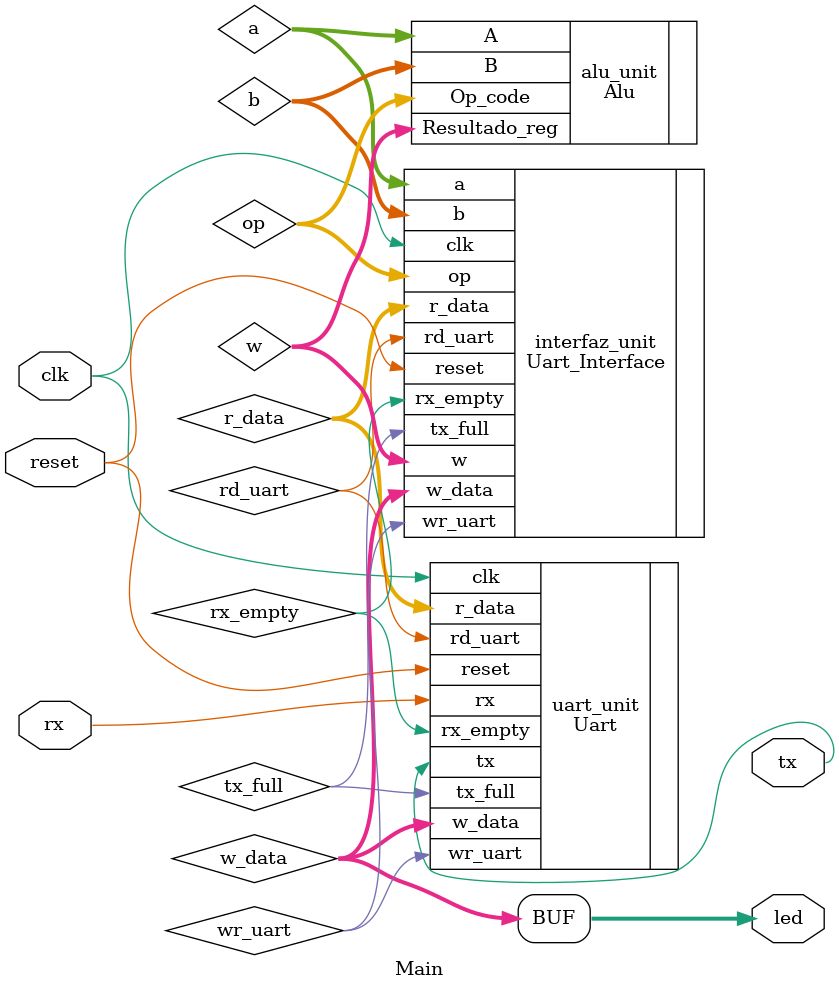
<source format=v>
`timescale 1us / 1ns
module Main  #( 								// Default setting: 
															// 19,200 baud , 8 data bits , 1 stop bit  
							parameter DBIT = 8, 		// # data bits 
										 SB_TICK = 16, // # ticks for stop bits , 
															// 16/24/32 for 1/1. 5/2 bits 
										 DVSR = 163,   // baud rate divisor 
															// DVSR = 50M/( 16* baud rate) 
										 DVSR_BIT = 8 // # bits of DVSR 
						 ) 
						 ( input wire clk, reset, rx,
						   output wire tx,
							output [DBIT-1:0]led
					    );

wire rd_uart, wr_uart, tx_full, rx_empty;
wire [DBIT-1:0] w_data, r_data, a, b, op, w;

assign led = w_data;
 
Alu #(.DATA_LENGTH(DBIT)) alu_unit 
	(.A(a), .B(b), .Op_code(op), .Resultado_reg(w)); 

Uart_Interface #(.REG_SIZE(DBIT)) interfaz_unit 
	(.clk(clk), .reset(reset), .rd_uart(rd_uart), .wr_uart(wr_uart), 
	 .tx_full(tx_full), .rx_empty(rx_empty), .w_data(w_data),
	 .r_data(r_data), .a(a), .b(b), .op(op), .w(w));

Uart #(.DBIT(DBIT), .SB_TICK(SB_TICK), .DVSR(DVSR), .DVSR_BIT(DVSR_BIT)) uart_unit
	(.clk(clk), .reset(reset), .rd_uart(rd_uart), .wr_uart(wr_uart), 
	 .tx_full(tx_full), .rx_empty(rx_empty), .w_data(w_data),
	 .r_data(r_data), .rx(rx), .tx(tx));	 



endmodule
</source>
